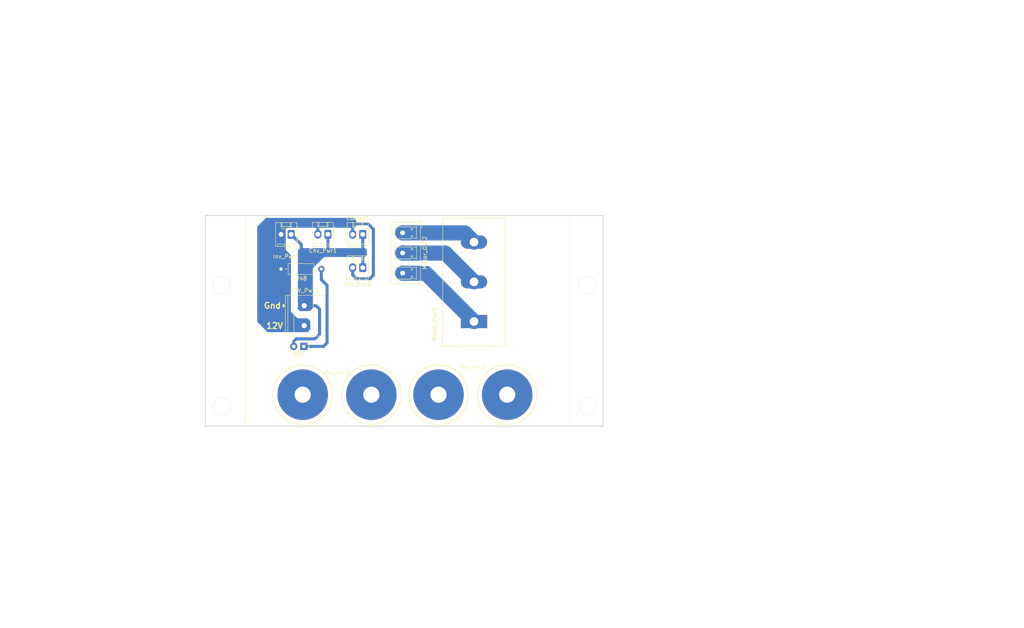
<source format=kicad_pcb>
(kicad_pcb (version 20241229) (generator "pcbnew") (generator_version "9.0")
  (layers (0 "F.Cu" signal) (2 "B.Cu" signal) (13 "F.Paste" user) (15 "B.Paste" user) (5 "F.SilkS" user "F.Silkscreen") (7 "B.SilkS" user "B.Silkscreen") (1 "F.Mask" user) (3 "B.Mask" user) (25 "Edge.Cuts" user))
  (net 0 "")
  (net 1 "/Interfaz de conexión/Gnd_Cnv")
  (net 2 "Net-(Motor_Out2-Pin_1)")
  (net 3 "Net-(Motor_Out2-Pin_3)")
  (net 4 "Net-(Motor_Out2-Pin_2)")
  (net 5 "Net-(D11-K)")
  (net 10 "/Interfaz de conexión/12V_Cnv")
  (footprint "Connector_Molex:Molex_KK-254_AE-6410-02A_1x02_P2.54mm_Vertical" (layer "F.Cu") (at 90.788 84.455 180)
    (property "Reference" "Inv_Pwr1" (at 1.309 -5.549 180) (layer "F.SilkS"))
    (property "Value" "Conn_01x02")
    (fp_line (start 3.92 2.99) (end 3.92 -3.03) (stroke (width 0.12)) (layer "F.SilkS"))
    (fp_line (start 3.92 -3.03) (end -1.38 -3.03) (stroke (width 0.12)) (layer "F.SilkS"))
    (fp_line (start 3.34 -2.43) (end 3.34 -3.03) (stroke (width 0.12)) (layer "F.SilkS"))
    (fp_line (start 2.54 1.99) (end 2.54 2.99) (stroke (width 0.12)) (layer "F.SilkS"))
    (fp_line (start 2.29 2.99) (end 2.29 1.99) (stroke (width 0.12)) (layer "F.SilkS"))
    (fp_line (start 2.29 1.46) (end 2.54 1.99) (stroke (width 0.12)) (layer "F.SilkS"))
    (fp_line (start 1.74 -2.43) (end 3.34 -2.43) (stroke (width 0.12)) (layer "F.SilkS"))
    (fp_line (start 1.74 -3.03) (end 1.74 -2.43) (stroke (width 0.12)) (layer "F.SilkS"))
    (fp_line (start 0.8 -2.43) (end 0.8 -3.03) (stroke (width 0.12)) (layer "F.SilkS"))
    (fp_line (start 0.25 2.99) (end 0.25 1.99) (stroke (width 0.12)) (layer "F.SilkS"))
    (fp_line (start 0.25 1.46) (end 2.29 1.46) (stroke (width 0.12)) (layer "F.SilkS"))
    (fp_line (start 0 2.99) (end 0 1.99) (stroke (width 0.12)) (layer "F.SilkS"))
    (fp_line (start 0 1.99) (end 2.54 1.99) (stroke (width 0.12)) (layer "F.SilkS"))
    (fp_line (start 0 1.99) (end 0.25 1.46) (stroke (width 0.12)) (layer "F.SilkS"))
    (fp_line (start -0.8 -2.43) (end 0.8 -2.43) (stroke (width 0.12)) (layer "F.SilkS"))
    (fp_line (start -0.8 -3.03) (end -0.8 -2.43) (stroke (width 0.12)) (layer "F.SilkS"))
    (fp_line (start -1.38 2.99) (end 3.92 2.99) (stroke (width 0.12)) (layer "F.SilkS"))
    (fp_line (start -1.38 -3.03) (end -1.38 2.99) (stroke (width 0.12)) (layer "F.SilkS"))
    (fp_line (start -1.67 -2) (end -1.67 2) (stroke (width 0.12)) (layer "F.SilkS"))
    (pad "1" thru_hole roundrect (at 0 0 180) (size 1.74 2.19) (drill 1.19) (layers "*.Cu" "*.Mask") (roundrect_rratio 0.143678) (net 10 "/Interfaz de conexión/12V_Cnv"))
    (pad "2" thru_hole oval (at 2.54 0 180) (size 1.74 2.19) (drill 1.19) (layers "*.Cu" "*.Mask") (net 1 "/Interfaz de conexión/Gnd_Cnv"))
  )
  (footprint "BananaSocket_THT:BananaSocket - 2P - 4mm" (layer "F.Cu") (at 136.486 124.802)
    (property "Reference" "Pw_In-1" (at -0.039 -7.024 0) (layer "F.SilkS") (effects (font (thickness 0.1))))
    (property "Value" "Conn_01x02")
    (fp_circle (center -8.636 0) (end -1.143 0) (stroke (width 0.14986)) (fill no) (layer "F.SilkS"))
    (fp_circle (center 8.636 0) (end 16.129 0) (stroke (width 0.14986)) (fill no) (layer "F.SilkS"))
    (pad "1" thru_hole circle (at -8.636 0) (size 12.7 12.7) (drill 4.064) (layers "*.Cu" "*.Mask"))
    (pad "2" thru_hole circle (at 8.636 0) (size 12.7 12.7) (drill 4.064) (layers "*.Cu" "*.Mask"))
  )
  (footprint "Connector_Phoenix_MC_HighVoltage:PhoenixContact_MCV_1,5_3-G-5.08_1x03_P5.08mm_Vertical" (layer "F.Cu") (at 118.833 84.035 -90)
    (property "Reference" "Motor_Out2" (at 5.08 -5.55 90) (layer "F.SilkS"))
    (property "Value" "Conn_01x03")
    (fp_line (start -2.65 3.01) (end 12.81 3.01) (stroke (width 0.12)) (layer "F.SilkS"))
    (fp_line (start 12.81 3.01) (end 12.81 -4.46) (stroke (width 0.12)) (layer "F.SilkS"))
    (fp_line (start -1.5 2.15) (end -1.5 -2.15) (stroke (width 0.12)) (layer "F.SilkS"))
    (fp_line (start -0.75 2.15) (end -1.5 2.15) (stroke (width 0.12)) (layer "F.SilkS"))
    (fp_line (start 1.5 2.15) (end 0.75 2.15) (stroke (width 0.12)) (layer "F.SilkS"))
    (fp_line (start 3.58 2.15) (end 3.58 -2.15) (stroke (width 0.12)) (layer "F.SilkS"))
    (fp_line (start 4.33 2.15) (end 3.58 2.15) (stroke (width 0.12)) (layer "F.SilkS"))
    (fp_line (start 6.58 2.15) (end 5.83 2.15) (stroke (width 0.12)) (layer "F.SilkS"))
    (fp_line (start 8.66 2.15) (end 8.66 -2.15) (stroke (width 0.12)) (layer "F.SilkS"))
    (fp_line (start 9.41 2.15) (end 8.66 2.15) (stroke (width 0.12)) (layer "F.SilkS"))
    (fp_line (start 11.66 2.15) (end 10.91 2.15) (stroke (width 0.12)) (layer "F.SilkS"))
    (fp_line (start -1.5 -2.15) (end -0.75 -2.15) (stroke (width 0.12)) (layer "F.SilkS"))
    (fp_line (start -0.75 -2.15) (end -0.75 -2.5) (stroke (width 0.12)) (layer "F.SilkS"))
    (fp_line (start 0.75 -2.15) (end 1.5 -2.15) (stroke (width 0.12)) (layer "F.SilkS"))
    (fp_line (start 1.5 -2.15) (end 1.5 2.15) (stroke (width 0.12)) (layer "F.SilkS"))
    (fp_line (start 3.58 -2.15) (end 4.33 -2.15) (stroke (width 0.12)) (layer "F.SilkS"))
    (fp_line (start 4.33 -2.15) (end 4.33 -2.5) (stroke (width 0.12)) (layer "F.SilkS"))
    (fp_line (start 5.83 -2.15) (end 6.58 -2.15) (stroke (width 0.12)) (layer "F.SilkS"))
    (fp_line (start 6.58 -2.15) (end 6.58 2.15) (stroke (width 0.12)) (layer "F.SilkS"))
    (fp_line (start 8.66 -2.15) (end 9.41 -2.15) (stroke (width 0.12)) (layer "F.SilkS"))
    (fp_line (start 9.41 -2.15) (end 9.41 -2.5) (stroke (width 0.12)) (layer "F.SilkS"))
    (fp_line (start 10.91 -2.15) (end 11.66 -2.15) (stroke (width 0.12)) (layer "F.SilkS"))
    (fp_line (start 11.66 -2.15) (end 11.66 2.15) (stroke (width 0.12)) (layer "F.SilkS"))
    (fp_line (start -1.25 -2.5) (end -1.5 -3.5) (stroke (width 0.12)) (layer "F.SilkS"))
    (fp_line (start -0.75 -2.5) (end -1.25 -2.5) (stroke (width 0.12)) (layer "F.SilkS"))
    (fp_line (start 0.75 -2.5) (end 0.75 -2.15) (stroke (width 0.12)) (layer "F.SilkS"))
    (fp_line (start 1.25 -2.5) (end 0.75 -2.5) (stroke (width 0.12)) (layer "F.SilkS"))
    (fp_line (start 3.83 -2.5) (end 3.58 -3.5) (stroke (width 0.12)) (layer "F.SilkS"))
    (fp_line (start 4.33 -2.5) (end 3.83 -2.5) (stroke (width 0.12)) (layer "F.SilkS"))
    (fp_line (start 5.83 -2.5) (end 5.83 -2.15) (stroke (width 0.12)) (layer "F.SilkS"))
    (fp_line (start 6.33 -2.5) (end 5.83 -2.5) (stroke (width 0.12)) (layer "F.SilkS"))
    (fp_line (start 8.91 -2.5) (end 8.66 -3.5) (stroke (width 0.12)) (layer "F.SilkS"))
    (fp_line (start 9.41 -2.5) (end 8.91 -2.5) (stroke (width 0.12)) (layer "F.SilkS"))
    (fp_line (start 10.91 -2.5) (end 10.91 -2.15) (stroke (width 0.12)) (layer "F.SilkS"))
    (fp_line (start 11.41 -2.5) (end 10.91 -2.5) (stroke (width 0.12)) (layer "F.SilkS"))
    (fp_line (start -1.5 -3.5) (end 1.5 -3.5) (stroke (width 0.12)) (layer "F.SilkS"))
    (fp_line (start 1.5 -3.5) (end 1.25 -2.5) (stroke (width 0.12)) (layer "F.SilkS"))
    (fp_line (start 3.58 -3.5) (end 6.58 -3.5) (stroke (width 0.12)) (layer "F.SilkS"))
    (fp_line (start 6.58 -3.5) (end 6.33 -2.5) (stroke (width 0.12)) (layer "F.SilkS"))
    (fp_line (start 8.66 -3.5) (end 11.66 -3.5) (stroke (width 0.12)) (layer "F.SilkS"))
    (fp_line (start 11.66 -3.5) (end 11.41 -2.5) (stroke (width 0.12)) (layer "F.SilkS"))
    (fp_line (start -3.04 -3.6) (end -3.04 -4.85) (stroke (width 0.12)) (layer "F.SilkS"))
    (fp_line (start -2.65 -4.46) (end -2.65 3.01) (stroke (width 0.12)) (layer "F.SilkS"))
    (fp_line (start 12.81 -4.46) (end -2.65 -4.46) (stroke (width 0.12)) (layer "F.SilkS"))
    (fp_line (start -3.04 -4.85) (end -1.04 -4.85) (stroke (width 0.12)) (layer "F.SilkS"))
    (fp_arc (start -0.75 2.15) (mid -0.000193 1.99191) (end 0.749647 2.149844) (stroke (width 0.12)) (layer "F.SilkS"))
    (fp_arc (start 4.33 2.15) (mid 5.079807 1.99191) (end 5.829647 2.149844) (stroke (width 0.12)) (layer "F.SilkS"))
    (fp_arc (start 9.41 2.15) (mid 10.159807 1.99191) (end 10.909647 2.149844) (stroke (width 0.12)) (layer "F.SilkS"))
    (pad "1" thru_hole roundrect (at 0 0 270) (size 1.8 3.6) (drill 1.2) (layers "*.Cu" "*.Mask") (roundrect_rratio 0.138889) (net 2 "Net-(Motor_Out2-Pin_1)"))
    (pad "2" thru_hole oval (at 5.08 0 270) (size 1.8 3.6) (drill 1.2) (layers "*.Cu" "*.Mask") (net 4 "Net-(Motor_Out2-Pin_2)"))
    (pad "3" thru_hole oval (at 10.16 0 270) (size 1.8 3.6) (drill 1.2) (layers "*.Cu" "*.Mask") (net 3 "Net-(Motor_Out2-Pin_3)"))
  )
  (footprint "TerminalBlock_Dinkle:TerminalBlock_Dinkle_DT-55-B01X-03_P10.00mm" (layer "F.Cu") (at 136.779 106.393 90)
    (property "Reference" "Motor_Pwr1" (at -0.629 -9.945 90) (layer "F.SilkS"))
    (property "Value" "Screw_Terminal_01x03")
    (fp_line (start -6.35 -8.1) (end -3.85 -8.1) (stroke (width 0.12)) (layer "F.SilkS"))
    (fp_line (start 26.1 -7.85) (end 26.1 7.85) (stroke (width 0.12)) (layer "F.SilkS"))
    (fp_line (start -6.1 -7.85) (end 26.1 -7.85) (stroke (width 0.12)) (layer "F.SilkS"))
    (fp_line (start -6.35 -5.6) (end -6.35 -8.1) (stroke (width 0.12)) (layer "F.SilkS"))
    (fp_line (start -6.1 7.85) (end -6.1 -7.85) (stroke (width 0.12)) (layer "F.SilkS"))
    (fp_line (start -6.1 7.85) (end 26.1 7.85) (stroke (width 0.12)) (layer "F.SilkS"))
    (pad "1" thru_hole rect (at 0 0 90) (size 3.3 6.6) (drill 2.2) (layers "*.Cu" "*.Mask") (net 3 "Net-(Motor_Out2-Pin_3)"))
    (pad "2" thru_hole oval (at 10 0 90) (size 3.3 6.6) (drill 2.2) (layers "*.Cu" "*.Mask") (net 4 "Net-(Motor_Out2-Pin_2)"))
    (pad "3" thru_hole oval (at 20 0 90) (size 3.3 6.6) (drill 2.2) (layers "*.Cu" "*.Mask") (net 2 "Net-(Motor_Out2-Pin_1)"))
  )
  (footprint "Resistor_THT:R_Axial_DIN0207_L6.3mm_D2.5mm_P10.16mm_Horizontal" (layer "F.Cu") (at 98.386 93.179 180)
    (property "Reference" "R48" (at 5.08 -2.37 0) (layer "F.SilkS"))
    (property "Value" "1.2k")
    (fp_line (start 9.12 0) (end 8.35 0) (stroke (width 0.12)) (layer "F.SilkS"))
    (fp_line (start 1.04 0) (end 1.81 0) (stroke (width 0.12)) (layer "F.SilkS"))
    (fp_rect (start 1.81 -1.37) (end 8.35 1.37) (stroke (width 0.12)) (fill no) (layer "F.SilkS"))
    (pad "1" thru_hole circle (at 0 0 180) (size 1.6 1.6) (drill 0.8) (layers "*.Cu" "*.Mask") (net 5 "Net-(D11-K)"))
    (pad "2" thru_hole circle (at 10.16 0 180) (size 1.6 1.6) (drill 0.8) (layers "*.Cu" "*.Mask") (net 1 "/Interfaz de conexión/Gnd_Cnv"))
  )
  (footprint "Connector_Molex:Molex_KK-254_AE-6410-02A_1x02_P2.54mm_Vertical" (layer "F.Cu") (at 100.037 84.416 180)
    (property "Reference" "Cnv_Pwr1" (at 1.27 -4.12 0) (layer "F.SilkS"))
    (property "Value" "Conn_01x02")
    (fp_line (start 3.92 2.99) (end 3.92 -3.03) (stroke (width 0.12)) (layer "F.SilkS"))
    (fp_line (start 3.92 -3.03) (end -1.38 -3.03) (stroke (width 0.12)) (layer "F.SilkS"))
    (fp_line (start 3.34 -2.43) (end 3.34 -3.03) (stroke (width 0.12)) (layer "F.SilkS"))
    (fp_line (start 2.54 1.99) (end 2.54 2.99) (stroke (width 0.12)) (layer "F.SilkS"))
    (fp_line (start 2.29 2.99) (end 2.29 1.99) (stroke (width 0.12)) (layer "F.SilkS"))
    (fp_line (start 2.29 1.46) (end 2.54 1.99) (stroke (width 0.12)) (layer "F.SilkS"))
    (fp_line (start 1.74 -2.43) (end 3.34 -2.43) (stroke (width 0.12)) (layer "F.SilkS"))
    (fp_line (start 1.74 -3.03) (end 1.74 -2.43) (stroke (width 0.12)) (layer "F.SilkS"))
    (fp_line (start 0.8 -2.43) (end 0.8 -3.03) (stroke (width 0.12)) (layer "F.SilkS"))
    (fp_line (start 0.25 2.99) (end 0.25 1.99) (stroke (width 0.12)) (layer "F.SilkS"))
    (fp_line (start 0.25 1.46) (end 2.29 1.46) (stroke (width 0.12)) (layer "F.SilkS"))
    (fp_line (start 0 2.99) (end 0 1.99) (stroke (width 0.12)) (layer "F.SilkS"))
    (fp_line (start 0 1.99) (end 2.54 1.99) (stroke (width 0.12)) (layer "F.SilkS"))
    (fp_line (start 0 1.99) (end 0.25 1.46) (stroke (width 0.12)) (layer "F.SilkS"))
    (fp_line (start -0.8 -2.43) (end 0.8 -2.43) (stroke (width 0.12)) (layer "F.SilkS"))
    (fp_line (start -0.8 -3.03) (end -0.8 -2.43) (stroke (width 0.12)) (layer "F.SilkS"))
    (fp_line (start -1.38 2.99) (end 3.92 2.99) (stroke (width 0.12)) (layer "F.SilkS"))
    (fp_line (start -1.38 -3.03) (end -1.38 2.99) (stroke (width 0.12)) (layer "F.SilkS"))
    (fp_line (start -1.67 -2) (end -1.67 2) (stroke (width 0.12)) (layer "F.SilkS"))
    (pad "1" thru_hole roundrect (at 0 0 180) (size 1.74 2.19) (drill 1.19) (layers "*.Cu" "*.Mask") (roundrect_rratio 0.143678) (net 10 "/Interfaz de conexión/12V_Cnv"))
    (pad "2" thru_hole oval (at 2.54 0 180) (size 1.74 2.19) (drill 1.19) (layers "*.Cu" "*.Mask") (net 1 "/Interfaz de conexión/Gnd_Cnv"))
  )
  (footprint "Connector_Molex:Molex_KK-254_AE-6410-02A_1x02_P2.54mm_Vertical" (layer "F.Cu") (at 108.8 84.455 180)
    (property "Reference" "Cooler1" (at 1.27 4.064 0) (layer "F.SilkS"))
    (property "Value" "Conn_01x02")
    (fp_line (start 3.92 2.99) (end 3.92 -3.03) (stroke (width 0.12)) (layer "F.SilkS"))
    (fp_line (start 3.92 -3.03) (end -1.38 -3.03) (stroke (width 0.12)) (layer "F.SilkS"))
    (fp_line (start 3.34 -2.43) (end 3.34 -3.03) (stroke (width 0.12)) (layer "F.SilkS"))
    (fp_line (start 2.54 1.99) (end 2.54 2.99) (stroke (width 0.12)) (layer "F.SilkS"))
    (fp_line (start 2.29 2.99) (end 2.29 1.99) (stroke (width 0.12)) (layer "F.SilkS"))
    (fp_line (start 2.29 1.46) (end 2.54 1.99) (stroke (width 0.12)) (layer "F.SilkS"))
    (fp_line (start 1.74 -2.43) (end 3.34 -2.43) (stroke (width 0.12)) (layer "F.SilkS"))
    (fp_line (start 1.74 -3.03) (end 1.74 -2.43) (stroke (width 0.12)) (layer "F.SilkS"))
    (fp_line (start 0.8 -2.43) (end 0.8 -3.03) (stroke (width 0.12)) (layer "F.SilkS"))
    (fp_line (start 0.25 2.99) (end 0.25 1.99) (stroke (width 0.12)) (layer "F.SilkS"))
    (fp_line (start 0.25 1.46) (end 2.29 1.46) (stroke (width 0.12)) (layer "F.SilkS"))
    (fp_line (start 0 2.99) (end 0 1.99) (stroke (width 0.12)) (layer "F.SilkS"))
    (fp_line (start 0 1.99) (end 2.54 1.99) (stroke (width 0.12)) (layer "F.SilkS"))
    (fp_line (start 0 1.99) (end 0.25 1.46) (stroke (width 0.12)) (layer "F.SilkS"))
    (fp_line (start -0.8 -2.43) (end 0.8 -2.43) (stroke (width 0.12)) (layer "F.SilkS"))
    (fp_line (start -0.8 -3.03) (end -0.8 -2.43) (stroke (width 0.12)) (layer "F.SilkS"))
    (fp_line (start -1.38 2.99) (end 3.92 2.99) (stroke (width 0.12)) (layer "F.SilkS"))
    (fp_line (start -1.38 -3.03) (end -1.38 2.99) (stroke (width 0.12)) (layer "F.SilkS"))
    (fp_line (start -1.67 -2) (end -1.67 2) (stroke (width 0.12)) (layer "F.SilkS"))
    (pad "1" thru_hole roundrect (at 0 0 180) (size 1.74 2.19) (drill 1.19) (layers "*.Cu" "*.Mask") (roundrect_rratio 0.143678) (net 10 "/Interfaz de conexión/12V_Cnv"))
    (pad "2" thru_hole oval (at 2.54 0 180) (size 1.74 2.19) (drill 1.19) (layers "*.Cu" "*.Mask") (net 1 "/Interfaz de conexión/Gnd_Cnv"))
  )
  (footprint "TerminalBlock_Phoenix:TerminalBlock_Phoenix_MKDS-1,5-2_1x02_P5.00mm_Horizontal" (layer "F.Cu") (at 94.0615 102.402 -90)
    (property "Reference" "12V_Pwr1" (at -3.85 -0.0455 0) (layer "F.SilkS"))
    (property "Value" "Screw_Terminal_01x02")
    (fp_line (start -2.62 4.72) (end -2.62 -5.32) (stroke (width 0.12)) (layer "F.SilkS"))
    (fp_line (start -0.3 4.72) (end -2.62 4.72) (stroke (width 0.12)) (layer "F.SilkS"))
    (fp_line (start 7.62 4.72) (end 0.3 4.72) (stroke (width 0.12)) (layer "F.SilkS"))
    (fp_line (start -2.62 4.1) (end 7.62 4.1) (stroke (width 0.12)) (layer "F.SilkS"))
    (fp_line (start -2.62 2.6) (end 7.62 2.6) (stroke (width 0.12)) (layer "F.SilkS"))
    (fp_line (start -2.62 -2.3) (end 7.62 -2.3) (stroke (width 0.12)) (layer "F.SilkS"))
    (fp_line (start -2.62 -5.32) (end 7.62 -5.32) (stroke (width 0.12)) (layer "F.SilkS"))
    (fp_line (start 7.62 -5.32) (end 7.62 4.72) (stroke (width 0.12)) (layer "F.SilkS"))
    (fp_poly (pts (xy 0 4.72) (xy 0.44 5.33) (xy -0.44 5.33)) (stroke (width 0.12)) (fill yes) (layer "F.SilkS"))
    (pad "1" thru_hole roundrect (at 0 0 270) (size 2.6 2.6) (drill 1.3) (layers "*.Cu" "*.Mask") (roundrect_rratio 0.096154) (net 10 "/Interfaz de conexión/12V_Cnv"))
    (pad "2" thru_hole circle (at 5 0 270) (size 2.6 2.6) (drill 1.3) (layers "*.Cu" "*.Mask") (net 1 "/Interfaz de conexión/Gnd_Cnv"))
  )
  (footprint "Connector_Molex:Molex_KK-254_AE-6410-02A_1x02_P2.54mm_Vertical" (layer "F.Cu") (at 108.8 92.818 180)
    (property "Reference" "Inv_Pwr2" (at 1.27 -4.12 0) (layer "F.SilkS"))
    (property "Value" "Conn_01x02")
    (fp_line (start 3.92 2.99) (end 3.92 -3.03) (stroke (width 0.12)) (layer "F.SilkS"))
    (fp_line (start 3.92 -3.03) (end -1.38 -3.03) (stroke (width 0.12)) (layer "F.SilkS"))
    (fp_line (start 3.34 -2.43) (end 3.34 -3.03) (stroke (width 0.12)) (layer "F.SilkS"))
    (fp_line (start 2.54 1.99) (end 2.54 2.99) (stroke (width 0.12)) (layer "F.SilkS"))
    (fp_line (start 2.29 2.99) (end 2.29 1.99) (stroke (width 0.12)) (layer "F.SilkS"))
    (fp_line (start 2.29 1.46) (end 2.54 1.99) (stroke (width 0.12)) (layer "F.SilkS"))
    (fp_line (start 1.74 -2.43) (end 3.34 -2.43) (stroke (width 0.12)) (layer "F.SilkS"))
    (fp_line (start 1.74 -3.03) (end 1.74 -2.43) (stroke (width 0.12)) (layer "F.SilkS"))
    (fp_line (start 0.8 -2.43) (end 0.8 -3.03) (stroke (width 0.12)) (layer "F.SilkS"))
    (fp_line (start 0.25 2.99) (end 0.25 1.99) (stroke (width 0.12)) (layer "F.SilkS"))
    (fp_line (start 0.25 1.46) (end 2.29 1.46) (stroke (width 0.12)) (layer "F.SilkS"))
    (fp_line (start 0 2.99) (end 0 1.99) (stroke (width 0.12)) (layer "F.SilkS"))
    (fp_line (start 0 1.99) (end 2.54 1.99) (stroke (width 0.12)) (layer "F.SilkS"))
    (fp_line (start 0 1.99) (end 0.25 1.46) (stroke (width 0.12)) (layer "F.SilkS"))
    (fp_line (start -0.8 -2.43) (end 0.8 -2.43) (stroke (width 0.12)) (layer "F.SilkS"))
    (fp_line (start -0.8 -3.03) (end -0.8 -2.43) (stroke (width 0.12)) (layer "F.SilkS"))
    (fp_line (start -1.38 2.99) (end 3.92 2.99) (stroke (width 0.12)) (layer "F.SilkS"))
    (fp_line (start -1.38 -3.03) (end -1.38 2.99) (stroke (width 0.12)) (layer "F.SilkS"))
    (fp_line (start -1.67 -2) (end -1.67 2) (stroke (width 0.12)) (layer "F.SilkS"))
    (pad "1" thru_hole roundrect (at 0 0 180) (size 1.74 2.19) (drill 1.19) (layers "*.Cu" "*.Mask") (roundrect_rratio 0.143678) (net 10 "/Interfaz de conexión/12V_Cnv"))
    (pad "2" thru_hole oval (at 2.54 0 180) (size 1.74 2.19) (drill 1.19) (layers "*.Cu" "*.Mask") (net 1 "/Interfaz de conexión/Gnd_Cnv"))
  )
  (footprint "BananaSocket_THT:BananaSocket - 2P - 4mm" (layer "F.Cu") (at 102.323 124.802)
    (property "Reference" "Pw_In+1" (at 0 -5.588 0) (layer "F.SilkS") (effects (font (thickness 0.1))))
    (property "Value" "Conn_01x02")
    (fp_circle (center -8.636 0) (end -1.143 0) (stroke (width 0.14986)) (fill no) (layer "F.SilkS"))
    (fp_circle (center 8.636 0) (end 16.129 0) (stroke (width 0.14986)) (fill no) (layer "F.SilkS"))
    (pad "1" thru_hole circle (at -8.636 0) (size 12.7 12.7) (drill 4.064) (layers "*.Cu" "*.Mask"))
    (pad "2" thru_hole circle (at 8.636 0) (size 12.7 12.7) (drill 4.064) (layers "*.Cu" "*.Mask"))
  )
  (footprint "LED_THT:LED_Rectangular_W5.0mm_H2.0mm" (layer "F.Cu") (at 93.98 112.649 180)
    (property "Reference" "D11" (at 1.27 -2.06 0) (layer "F.SilkS"))
    (property "Value" "LED_Green")
    (fp_line (start 3.83 1.06) (end 2.747 1.06) (stroke (width 0.12)) (layer "F.SilkS"))
    (fp_line (start 3.83 -1.06) (end 3.83 1.06) (stroke (width 0.12)) (layer "F.SilkS"))
    (fp_line (start 2.747 -1.06) (end 3.83 -1.06) (stroke (width 0.12)) (layer "F.SilkS"))
    (fp_line (start 2.333 1.06) (end 1.08 1.06) (stroke (width 0.12)) (layer "F.SilkS"))
    (fp_line (start 1.08 -1.06) (end 2.333 -1.06) (stroke (width 0.12)) (layer "F.SilkS"))
    (fp_line (start -1.08 1.06) (end -1.29 1.06) (stroke (width 0.12)) (layer "F.SilkS"))
    (fp_line (start -1.17 -1.06) (end -1.17 1.06) (stroke (width 0.12)) (layer "F.SilkS"))
    (fp_line (start -1.29 1.06) (end -1.29 -1.06) (stroke (width 0.12)) (layer "F.SilkS"))
    (fp_line (start -1.29 -1.06) (end -1.08 -1.06) (stroke (width 0.12)) (layer "F.SilkS"))
    (pad "1" thru_hole rect (at 0 0 180) (size 1.8 1.8) (drill 0.9) (layers "*.Cu" "*.Mask") (net 5 "Net-(D11-K)"))
    (pad "2" thru_hole circle (at 2.54 0 180) (size 1.8 1.8) (drill 0.9) (layers "*.Cu" "*.Mask") (net 10 "/Interfaz de conexión/12V_Cnv"))
  )
  (gr_poly (pts (xy 92.964 103.632) (xy 95.504 103.632) (xy 96.139 102.997) (xy 96.139 92.964) (xy 99.06 90.043) (xy 109.347 90.043) (xy 109.728 89.662) (xy 109.728 88.392) (xy 109.347 88.011) (xy 93.091 88.011) (xy 92.583 88.519) (xy 92.583 103.251)) (stroke (width 0.2)) (fill yes) (layer "B.Cu") (net 10))
  (gr_poly (pts (xy 106.68 82.677) (xy 107.061 82.296) (xy 107.061 80.772) (xy 106.68 80.391) (xy 84.487 80.391) (xy 82.344 82.534) (xy 82.344 106.418) (xy 84.892 108.966) (xy 94.869 108.966) (xy 95.504 108.331) (xy 95.504 106.299) (xy 94.869 105.664) (xy 92.329 105.664) (xy 90.639 103.974) (xy 90.639 89.75) (xy 89.321 88.35875) (xy 89.321 83.177) (xy 89.821 82.677)) (stroke (width 0.2)) (fill yes) (layer "B.Cu") (net 1))
  (gr_line (start 79.336 80.352) (end 79.336 132.168) (stroke (width 0.1)) (layer "F.SilkS"))
  (gr_line (start 160.788 80.479) (end 160.788 132.041) (stroke (width 0.1)) (layer "F.SilkS"))
  (gr_circle (center 73.288 127.706) (end 75.488 127.706) (stroke (width 0.05)) (fill no) (layer "Edge.Cuts"))
  (gr_circle (center 165.288 127.706) (end 167.488 127.706) (stroke (width 0.05)) (fill no) (layer "Edge.Cuts"))
  (gr_circle (center 165.288 97.206) (end 167.488 97.206) (stroke (width 0.05)) (fill no) (layer "Edge.Cuts"))
  (gr_circle (center 73.288 97.206) (end 75.488 97.206) (stroke (width 0.05)) (fill no) (layer "Edge.Cuts"))
  (gr_rect (start 69.252 79.6965) (end 169.252 132.6965) (stroke (width 0.2)) (fill no) (layer "Edge.Cuts"))
  (gr_text "Gnd" (at 88.392 103.251 0) (layer "F.SilkS") (effects (font (size 1.5 1.5) (thickness 0.3) (bold yes)) (justify right bottom)))
  (gr_text "12V" (at 88.9 108.331 0) (layer "F.SilkS") (effects (font (size 1.5 1.5) (thickness 0.3) (bold yes)) (justify right bottom)))
  (segment (start 106.26 94.703) (end 106.26 92.818) (width 0.762) (layer "B.Cu") (net 1))
  (segment (start 97.497 84.416) (end 97.497 82.081) (width 0.762) (layer "B.Cu") (net 1))
  (segment (start 107.149 95.592) (end 106.26 94.703) (width 0.762) (layer "B.Cu") (net 1))
  (segment (start 110.07 81.749) (end 111.467 83.146) (width 0.762) (layer "B.Cu") (net 1))
  (segment (start 111.467 83.146) (end 111.467 94.703) (width 0.762) (layer "B.Cu") (net 1))
  (segment (start 110.578 95.592) (end 107.149 95.592) (width 0.762) (layer "B.Cu") (net 1))
  (segment (start 106.26 84.455) (end 106.26 81.749) (width 0.762) (layer "B.Cu") (net 1))
  (segment (start 106.006 81.749) (end 110.07 81.749) (width 0.762) (layer "B.Cu") (net 1))
  (segment (start 111.467 94.703) (end 110.578 95.592) (width 0.762) (layer "B.Cu") (net 1))
  (segment (start 106.26 81.749) (end 106.045 81.534) (width 0.762) (layer "B.Cu") (net 1))
  (segment (start 134.46 84.074) (end 136.779 86.393) (width 3.81) (layer "B.Cu") (net 2))
  (segment (start 118.833 84.035) (end 118.872 84.074) (width 3.81) (layer "B.Cu") (net 2))
  (segment (start 118.872 84.074) (end 134.46 84.074) (width 3.81) (layer "B.Cu") (net 2))
  (segment (start 118.833 94.195) (end 118.872 94.234) (width 3.81) (layer "B.Cu") (net 3))
  (segment (start 124.62 94.234) (end 136.779 106.393) (width 3.81) (layer "B.Cu") (net 3))
  (segment (start 118.872 94.234) (end 124.62 94.234) (width 3.81) (layer "B.Cu") (net 3))
  (segment (start 118.833 89.115) (end 118.872 89.154) (width 3.81) (layer "B.Cu") (net 4))
  (segment (start 118.872 89.154) (end 129.54 89.154) (width 3.81) (layer "B.Cu") (net 4))
  (segment (start 129.54 89.154) (end 136.779 96.393) (width 3.81) (layer "B.Cu") (net 4))
  (segment (start 98.386 95.846) (end 98.386 93.179) (width 0.762) (layer "B.Cu") (net 5))
  (segment (start 93.98 112.649) (end 98.933 112.649) (width 0.762) (layer "B.Cu") (net 5))
  (segment (start 99.822 111.76) (end 99.822 97.282) (width 0.762) (layer "B.Cu") (net 5))
  (segment (start 98.933 112.649) (end 99.822 111.76) (width 0.762) (layer "B.Cu") (net 5))
  (segment (start 99.822 97.282) (end 98.386 95.846) (width 0.762) (layer "B.Cu") (net 5))
  (segment (start 108.8 84.455) (end 108.8 88.48) (width 0.762) (layer "B.Cu") (net 10))
  (segment (start 91.44 111.379) (end 91.44 112.649) (width 0.762) (layer "B.Cu") (net 10))
  (segment (start 97.068 102.402) (end 97.917 103.251) (width 0.762) (layer "B.Cu") (net 10))
  (segment (start 93.345 87.012) (end 93.345 89.281) (width 0.762) (layer "B.Cu") (net 10))
  (segment (start 97.917 109.601) (end 96.774 110.744) (width 0.762) (layer "B.Cu") (net 10))
  (segment (start 93.345 89.281) (end 94.488 90.424) (width 0.762) (layer "B.Cu") (net 10))
  (segment (start 92.075 110.744) (end 91.44 111.379) (width 0.762) (layer "B.Cu") (net 10))
  (segment (start 108.253 89.027) (end 107.315 89.027) (width 0.762) (layer "B.Cu") (net 10))
  (segment (start 97.917 103.251) (end 97.917 109.601) (width 0.762) (layer "B.Cu") (net 10))
  (segment (start 108.8 92.818) (end 108.8 89.369) (width 0.762) (layer "B.Cu") (net 10))
  (segment (start 108.8 88.48) (end 108.253 89.027) (width 0.762) (layer "B.Cu") (net 10))
  (segment (start 100.037 84.416) (end 100.037 89.242) (width 0.762) (layer "B.Cu") (net 10))
  (segment (start 96.774 110.744) (end 92.075 110.744) (width 0.762) (layer "B.Cu") (net 10))
  (segment (start 94.0615 102.402) (end 97.068 102.402) (width 0.762) (layer "B.Cu") (net 10))
  (segment (start 90.788 84.455) (end 93.345 87.012) (width 0.762) (layer "B.Cu") (net 10))
)
</source>
